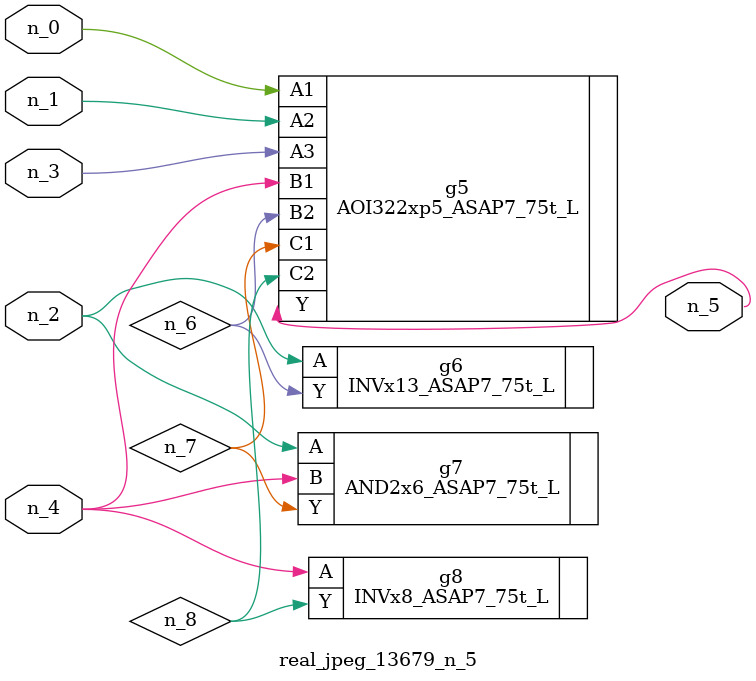
<source format=v>
module real_jpeg_13679_n_5 (n_4, n_0, n_1, n_2, n_3, n_5);

input n_4;
input n_0;
input n_1;
input n_2;
input n_3;

output n_5;

wire n_8;
wire n_6;
wire n_7;

AOI322xp5_ASAP7_75t_L g5 ( 
.A1(n_0),
.A2(n_1),
.A3(n_3),
.B1(n_4),
.B2(n_6),
.C1(n_7),
.C2(n_8),
.Y(n_5)
);

INVx13_ASAP7_75t_L g6 ( 
.A(n_2),
.Y(n_6)
);

AND2x6_ASAP7_75t_L g7 ( 
.A(n_2),
.B(n_4),
.Y(n_7)
);

INVx8_ASAP7_75t_L g8 ( 
.A(n_4),
.Y(n_8)
);


endmodule
</source>
